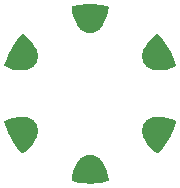
<source format=gbr>
G04 EAGLE Gerber RS-274X export*
G75*
%MOMM*%
%FSLAX34Y34*%
%LPD*%
%INSoldermask Bottom*%
%IPPOS*%
%AMOC8*
5,1,8,0,0,1.08239X$1,22.5*%
G01*
%ADD10C,2.387600*%

G36*
X3062Y-76024D02*
X3062Y-76024D01*
X3099Y-76026D01*
X9133Y-75392D01*
X9160Y-75384D01*
X9198Y-75382D01*
X15132Y-74120D01*
X15154Y-74111D01*
X15178Y-74109D01*
X15257Y-74069D01*
X15340Y-74036D01*
X15357Y-74020D01*
X15378Y-74009D01*
X15411Y-73975D01*
X15413Y-73973D01*
X15422Y-73963D01*
X15439Y-73944D01*
X15505Y-73884D01*
X15516Y-73863D01*
X15532Y-73845D01*
X15548Y-73807D01*
X15555Y-73799D01*
X15568Y-73761D01*
X15607Y-73684D01*
X15610Y-73661D01*
X15619Y-73639D01*
X15622Y-73601D01*
X15627Y-73586D01*
X15626Y-73547D01*
X15630Y-73491D01*
X15633Y-73461D01*
X15632Y-73457D01*
X15632Y-73452D01*
X15345Y-69693D01*
X15334Y-69653D01*
X15329Y-69595D01*
X14457Y-65928D01*
X14440Y-65890D01*
X14426Y-65833D01*
X12991Y-62348D01*
X12969Y-62313D01*
X12946Y-62259D01*
X10983Y-59041D01*
X10956Y-59010D01*
X10925Y-58960D01*
X8483Y-56089D01*
X8445Y-56058D01*
X8389Y-55999D01*
X6603Y-54613D01*
X6578Y-54600D01*
X6574Y-54595D01*
X6563Y-54590D01*
X6535Y-54567D01*
X4583Y-53426D01*
X4550Y-53414D01*
X4509Y-53389D01*
X2426Y-52512D01*
X2391Y-52505D01*
X2347Y-52485D01*
X168Y-51888D01*
X92Y-51882D01*
X19Y-51866D01*
X-24Y-51871D01*
X-56Y-51868D01*
X-100Y-51880D01*
X-168Y-51888D01*
X-2347Y-52485D01*
X-2379Y-52501D01*
X-2426Y-52512D01*
X-4509Y-53389D01*
X-4539Y-53408D01*
X-4583Y-53426D01*
X-6535Y-54567D01*
X-6561Y-54590D01*
X-6603Y-54613D01*
X-8389Y-55999D01*
X-8422Y-56036D01*
X-8483Y-56089D01*
X-10925Y-58960D01*
X-10946Y-58996D01*
X-10983Y-59041D01*
X-12946Y-62259D01*
X-12961Y-62297D01*
X-12991Y-62348D01*
X-14426Y-65833D01*
X-14435Y-65874D01*
X-14457Y-65928D01*
X-15329Y-69595D01*
X-15331Y-69636D01*
X-15345Y-69693D01*
X-15632Y-73452D01*
X-15630Y-73475D01*
X-15634Y-73499D01*
X-15622Y-73570D01*
X-15620Y-73623D01*
X-15613Y-73640D01*
X-15610Y-73675D01*
X-15599Y-73696D01*
X-15595Y-73720D01*
X-15550Y-73796D01*
X-15550Y-73797D01*
X-15536Y-73831D01*
X-15529Y-73838D01*
X-15511Y-73876D01*
X-15493Y-73893D01*
X-15481Y-73913D01*
X-15413Y-73969D01*
X-15391Y-73990D01*
X-15384Y-73997D01*
X-15382Y-73998D01*
X-15348Y-74030D01*
X-15326Y-74040D01*
X-15307Y-74055D01*
X-15170Y-74106D01*
X-15141Y-74118D01*
X-15137Y-74119D01*
X-15132Y-74120D01*
X-9198Y-75382D01*
X-9169Y-75383D01*
X-9133Y-75392D01*
X-3099Y-76026D01*
X-3071Y-76024D01*
X-3033Y-76030D01*
X3033Y-76030D01*
X3062Y-76024D01*
G37*
G36*
X-57510Y20009D02*
X-57510Y20009D01*
X-57470Y20017D01*
X-57411Y20019D01*
X-53704Y20698D01*
X-53657Y20715D01*
X-53578Y20734D01*
X-51485Y21588D01*
X-51455Y21607D01*
X-51411Y21624D01*
X-49447Y22744D01*
X-49420Y22766D01*
X-49378Y22789D01*
X-47577Y24155D01*
X-47553Y24181D01*
X-47515Y24210D01*
X-45908Y25799D01*
X-45864Y25861D01*
X-45814Y25917D01*
X-45801Y25947D01*
X-45796Y25954D01*
X-45793Y25962D01*
X-45779Y25983D01*
X-45767Y26027D01*
X-45740Y26089D01*
X-45167Y28276D01*
X-45164Y28311D01*
X-45151Y28357D01*
X-44869Y30600D01*
X-44871Y30635D01*
X-44864Y30682D01*
X-44876Y32942D01*
X-44883Y32977D01*
X-44882Y33025D01*
X-45189Y35264D01*
X-45205Y35311D01*
X-45220Y35391D01*
X-46486Y38942D01*
X-46507Y38977D01*
X-46527Y39032D01*
X-48332Y42341D01*
X-48358Y42373D01*
X-48387Y42425D01*
X-50687Y45410D01*
X-50718Y45438D01*
X-50754Y45484D01*
X-53494Y48073D01*
X-53528Y48095D01*
X-53571Y48135D01*
X-56682Y50264D01*
X-56704Y50274D01*
X-56722Y50289D01*
X-56805Y50319D01*
X-56820Y50326D01*
X-56836Y50334D01*
X-56839Y50334D01*
X-56887Y50356D01*
X-56911Y50357D01*
X-56933Y50365D01*
X-57022Y50365D01*
X-57111Y50371D01*
X-57133Y50364D01*
X-57157Y50364D01*
X-57241Y50332D01*
X-57326Y50307D01*
X-57345Y50292D01*
X-57367Y50284D01*
X-57443Y50222D01*
X-57466Y50208D01*
X-57479Y50191D01*
X-57481Y50190D01*
X-57505Y50172D01*
X-57507Y50168D01*
X-57512Y50165D01*
X-61571Y45657D01*
X-61586Y45632D01*
X-61613Y45605D01*
X-65178Y40697D01*
X-65191Y40671D01*
X-65214Y40642D01*
X-68248Y35388D01*
X-68257Y35361D01*
X-68278Y35329D01*
X-70745Y29787D01*
X-70752Y29759D01*
X-70769Y29725D01*
X-72643Y23956D01*
X-72647Y23932D01*
X-72656Y23910D01*
X-72662Y23822D01*
X-72674Y23733D01*
X-72669Y23710D01*
X-72670Y23686D01*
X-72645Y23601D01*
X-72625Y23514D01*
X-72612Y23494D01*
X-72605Y23472D01*
X-72552Y23401D01*
X-72503Y23326D01*
X-72484Y23312D01*
X-72470Y23293D01*
X-72347Y23210D01*
X-72323Y23192D01*
X-72319Y23191D01*
X-72315Y23188D01*
X-68916Y21558D01*
X-68876Y21547D01*
X-68823Y21522D01*
X-65211Y20444D01*
X-65170Y20439D01*
X-65114Y20423D01*
X-61378Y19923D01*
X-61337Y19925D01*
X-61278Y19918D01*
X-57510Y20009D01*
G37*
G36*
X61319Y19924D02*
X61319Y19924D01*
X61378Y19923D01*
X65114Y20423D01*
X65153Y20436D01*
X65211Y20444D01*
X68823Y21522D01*
X68860Y21541D01*
X68916Y21558D01*
X72315Y23188D01*
X72334Y23202D01*
X72356Y23210D01*
X72424Y23267D01*
X72496Y23319D01*
X72510Y23339D01*
X72528Y23354D01*
X72572Y23431D01*
X72621Y23505D01*
X72627Y23529D01*
X72639Y23549D01*
X72653Y23637D01*
X72673Y23724D01*
X72671Y23747D01*
X72674Y23771D01*
X72650Y23917D01*
X72646Y23946D01*
X72644Y23950D01*
X72643Y23956D01*
X70769Y29725D01*
X70755Y29751D01*
X70745Y29787D01*
X68278Y35329D01*
X68261Y35353D01*
X68248Y35388D01*
X65214Y40642D01*
X65196Y40664D01*
X65178Y40697D01*
X61613Y45605D01*
X61592Y45625D01*
X61571Y45657D01*
X57512Y50165D01*
X57493Y50179D01*
X57479Y50199D01*
X57449Y50219D01*
X57437Y50231D01*
X57404Y50249D01*
X57334Y50302D01*
X57312Y50309D01*
X57292Y50323D01*
X57205Y50343D01*
X57120Y50370D01*
X57096Y50368D01*
X57073Y50374D01*
X56985Y50363D01*
X56896Y50358D01*
X56874Y50349D01*
X56851Y50346D01*
X56803Y50322D01*
X56800Y50322D01*
X56794Y50318D01*
X56718Y50281D01*
X56690Y50269D01*
X56687Y50266D01*
X56682Y50264D01*
X53571Y48135D01*
X53542Y48106D01*
X53494Y48073D01*
X50754Y45484D01*
X50730Y45451D01*
X50687Y45410D01*
X48387Y42425D01*
X48368Y42388D01*
X48332Y42341D01*
X46527Y39032D01*
X46514Y38993D01*
X46486Y38942D01*
X45220Y35391D01*
X45212Y35342D01*
X45189Y35264D01*
X44882Y33025D01*
X44884Y32990D01*
X44876Y32942D01*
X44864Y30682D01*
X44870Y30647D01*
X44869Y30600D01*
X45151Y28357D01*
X45162Y28323D01*
X45167Y28276D01*
X45740Y26089D01*
X45772Y26021D01*
X45795Y25949D01*
X45813Y25925D01*
X45815Y25922D01*
X45821Y25915D01*
X45835Y25886D01*
X45867Y25854D01*
X45908Y25799D01*
X47515Y24210D01*
X47544Y24190D01*
X47577Y24155D01*
X49378Y22789D01*
X49410Y22773D01*
X49447Y22744D01*
X51411Y21624D01*
X51444Y21612D01*
X51485Y21588D01*
X53578Y20734D01*
X53627Y20724D01*
X53704Y20698D01*
X57411Y20019D01*
X57452Y20019D01*
X57510Y20009D01*
X61278Y19918D01*
X61319Y19924D01*
G37*
G36*
X57133Y-50364D02*
X57133Y-50364D01*
X57157Y-50364D01*
X57241Y-50332D01*
X57326Y-50307D01*
X57345Y-50292D01*
X57367Y-50284D01*
X57481Y-50190D01*
X57505Y-50172D01*
X57507Y-50168D01*
X57512Y-50165D01*
X61571Y-45657D01*
X61586Y-45632D01*
X61613Y-45605D01*
X65178Y-40697D01*
X65191Y-40671D01*
X65214Y-40642D01*
X68248Y-35388D01*
X68257Y-35361D01*
X68278Y-35329D01*
X70745Y-29787D01*
X70752Y-29759D01*
X70769Y-29725D01*
X72643Y-23956D01*
X72647Y-23932D01*
X72656Y-23910D01*
X72662Y-23822D01*
X72674Y-23733D01*
X72669Y-23710D01*
X72670Y-23686D01*
X72645Y-23601D01*
X72625Y-23514D01*
X72612Y-23494D01*
X72605Y-23472D01*
X72552Y-23401D01*
X72503Y-23326D01*
X72484Y-23312D01*
X72470Y-23293D01*
X72347Y-23210D01*
X72323Y-23192D01*
X72319Y-23191D01*
X72315Y-23188D01*
X68916Y-21558D01*
X68876Y-21547D01*
X68823Y-21522D01*
X65211Y-20444D01*
X65170Y-20439D01*
X65114Y-20423D01*
X61378Y-19923D01*
X61337Y-19925D01*
X61278Y-19918D01*
X57510Y-20009D01*
X57470Y-20017D01*
X57411Y-20019D01*
X53704Y-20698D01*
X53657Y-20715D01*
X53578Y-20734D01*
X51485Y-21588D01*
X51455Y-21607D01*
X51411Y-21624D01*
X49447Y-22744D01*
X49420Y-22766D01*
X49378Y-22789D01*
X47577Y-24155D01*
X47553Y-24181D01*
X47515Y-24210D01*
X45908Y-25799D01*
X45864Y-25861D01*
X45814Y-25917D01*
X45797Y-25956D01*
X45779Y-25983D01*
X45767Y-26027D01*
X45740Y-26089D01*
X45167Y-28276D01*
X45164Y-28311D01*
X45151Y-28357D01*
X44869Y-30600D01*
X44871Y-30635D01*
X44864Y-30682D01*
X44876Y-32942D01*
X44883Y-32977D01*
X44882Y-33025D01*
X45189Y-35264D01*
X45193Y-35277D01*
X45194Y-35283D01*
X45203Y-35307D01*
X45205Y-35311D01*
X45220Y-35391D01*
X46486Y-38942D01*
X46507Y-38977D01*
X46527Y-39032D01*
X48332Y-42341D01*
X48358Y-42373D01*
X48387Y-42425D01*
X50687Y-45410D01*
X50718Y-45438D01*
X50754Y-45484D01*
X53494Y-48073D01*
X53528Y-48095D01*
X53571Y-48135D01*
X56682Y-50264D01*
X56704Y-50274D01*
X56722Y-50289D01*
X56805Y-50319D01*
X56887Y-50356D01*
X56911Y-50357D01*
X56933Y-50365D01*
X57022Y-50365D01*
X57111Y-50371D01*
X57133Y-50364D01*
G37*
G36*
X-56985Y-50363D02*
X-56985Y-50363D01*
X-56896Y-50358D01*
X-56874Y-50349D01*
X-56851Y-50346D01*
X-56718Y-50281D01*
X-56690Y-50269D01*
X-56687Y-50266D01*
X-56682Y-50264D01*
X-53571Y-48135D01*
X-53542Y-48106D01*
X-53494Y-48073D01*
X-50754Y-45484D01*
X-50730Y-45451D01*
X-50687Y-45410D01*
X-48387Y-42425D01*
X-48368Y-42388D01*
X-48332Y-42341D01*
X-46527Y-39032D01*
X-46514Y-38993D01*
X-46486Y-38942D01*
X-45220Y-35391D01*
X-45212Y-35342D01*
X-45189Y-35264D01*
X-44882Y-33025D01*
X-44884Y-32990D01*
X-44876Y-32942D01*
X-44864Y-30682D01*
X-44870Y-30647D01*
X-44869Y-30600D01*
X-45151Y-28357D01*
X-45162Y-28323D01*
X-45167Y-28276D01*
X-45740Y-26089D01*
X-45772Y-26021D01*
X-45795Y-25949D01*
X-45821Y-25915D01*
X-45835Y-25886D01*
X-45867Y-25854D01*
X-45908Y-25799D01*
X-47515Y-24210D01*
X-47544Y-24190D01*
X-47577Y-24155D01*
X-49378Y-22789D01*
X-49410Y-22773D01*
X-49447Y-22744D01*
X-51411Y-21624D01*
X-51444Y-21612D01*
X-51485Y-21588D01*
X-53578Y-20734D01*
X-53627Y-20724D01*
X-53704Y-20698D01*
X-57411Y-20019D01*
X-57452Y-20019D01*
X-57510Y-20009D01*
X-61278Y-19918D01*
X-61319Y-19924D01*
X-61378Y-19923D01*
X-65114Y-20423D01*
X-65153Y-20436D01*
X-65211Y-20444D01*
X-68823Y-21522D01*
X-68860Y-21541D01*
X-68916Y-21558D01*
X-72315Y-23188D01*
X-72334Y-23202D01*
X-72356Y-23210D01*
X-72424Y-23267D01*
X-72496Y-23319D01*
X-72510Y-23339D01*
X-72528Y-23354D01*
X-72572Y-23431D01*
X-72621Y-23505D01*
X-72627Y-23529D01*
X-72639Y-23549D01*
X-72653Y-23637D01*
X-72673Y-23724D01*
X-72671Y-23747D01*
X-72674Y-23771D01*
X-72650Y-23917D01*
X-72646Y-23946D01*
X-72644Y-23950D01*
X-72643Y-23956D01*
X-70769Y-29725D01*
X-70755Y-29751D01*
X-70745Y-29787D01*
X-68278Y-35329D01*
X-68261Y-35353D01*
X-68248Y-35388D01*
X-65214Y-40642D01*
X-65196Y-40664D01*
X-65178Y-40697D01*
X-61613Y-45605D01*
X-61592Y-45625D01*
X-61571Y-45657D01*
X-57512Y-50165D01*
X-57493Y-50179D01*
X-57479Y-50199D01*
X-57405Y-50248D01*
X-57334Y-50302D01*
X-57312Y-50309D01*
X-57292Y-50323D01*
X-57205Y-50343D01*
X-57120Y-50370D01*
X-57096Y-50368D01*
X-57073Y-50374D01*
X-56985Y-50363D01*
G37*
G36*
X24Y51871D02*
X24Y51871D01*
X56Y51868D01*
X100Y51880D01*
X168Y51888D01*
X2347Y52485D01*
X2379Y52501D01*
X2426Y52512D01*
X4509Y53389D01*
X4539Y53408D01*
X4583Y53426D01*
X6535Y54567D01*
X6561Y54590D01*
X6603Y54613D01*
X8389Y55999D01*
X8422Y56036D01*
X8483Y56089D01*
X10925Y58960D01*
X10946Y58996D01*
X10983Y59041D01*
X12946Y62259D01*
X12961Y62297D01*
X12991Y62348D01*
X14426Y65833D01*
X14435Y65874D01*
X14457Y65928D01*
X15329Y69595D01*
X15331Y69636D01*
X15345Y69693D01*
X15632Y73452D01*
X15630Y73475D01*
X15634Y73499D01*
X15619Y73586D01*
X15610Y73675D01*
X15599Y73696D01*
X15595Y73720D01*
X15550Y73796D01*
X15511Y73876D01*
X15493Y73893D01*
X15481Y73913D01*
X15413Y73969D01*
X15348Y74030D01*
X15326Y74040D01*
X15307Y74055D01*
X15170Y74106D01*
X15141Y74118D01*
X15137Y74119D01*
X15132Y74120D01*
X9198Y75382D01*
X9169Y75383D01*
X9133Y75392D01*
X3099Y76026D01*
X3071Y76024D01*
X3033Y76030D01*
X-3033Y76030D01*
X-3062Y76024D01*
X-3099Y76026D01*
X-9133Y75392D01*
X-9160Y75384D01*
X-9198Y75382D01*
X-15132Y74120D01*
X-15154Y74111D01*
X-15178Y74109D01*
X-15257Y74069D01*
X-15340Y74036D01*
X-15357Y74020D01*
X-15378Y74009D01*
X-15439Y73944D01*
X-15505Y73884D01*
X-15516Y73863D01*
X-15532Y73845D01*
X-15566Y73763D01*
X-15607Y73684D01*
X-15610Y73661D01*
X-15619Y73639D01*
X-15630Y73491D01*
X-15633Y73461D01*
X-15632Y73457D01*
X-15632Y73452D01*
X-15345Y69693D01*
X-15334Y69653D01*
X-15329Y69595D01*
X-14457Y65928D01*
X-14440Y65890D01*
X-14426Y65833D01*
X-12991Y62348D01*
X-12969Y62313D01*
X-12946Y62259D01*
X-10983Y59041D01*
X-10956Y59010D01*
X-10925Y58960D01*
X-8483Y56089D01*
X-8445Y56058D01*
X-8389Y55999D01*
X-6603Y54613D01*
X-6572Y54597D01*
X-6535Y54567D01*
X-4583Y53426D01*
X-4550Y53414D01*
X-4509Y53389D01*
X-2426Y52512D01*
X-2391Y52505D01*
X-2347Y52485D01*
X-168Y51888D01*
X-92Y51882D01*
X-19Y51866D01*
X24Y51871D01*
G37*
D10*
X0Y-63500D03*
X0Y63500D03*
X-55880Y-31750D03*
X55880Y-31750D03*
X-55880Y31750D03*
X55880Y31750D03*
M02*

</source>
